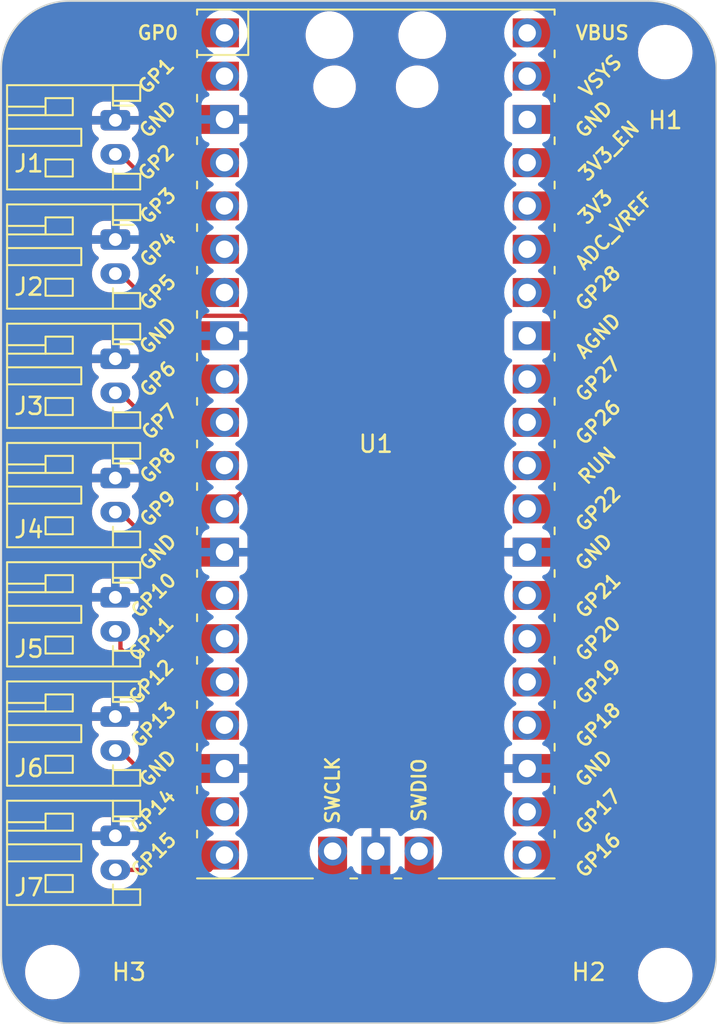
<source format=kicad_pcb>
(kicad_pcb (version 20221018) (generator pcbnew)
  (layers (0 "F.Cu" signal) (31 "B.Cu" signal) (34 "B.Paste" user) (35 "F.Paste" user) (36 "B.SilkS" user "B.Silkscreen") (37 "F.SilkS" user "F.Silkscreen") (38 "B.Mask" user) (39 "F.Mask" user) (44 "Edge.Cuts" user))
  (net 0 "")
  (net 1 "Net-(J1-Pin_2)")
  (net 2 "Net-(J2-Pin_2)")
  (net 3 "Net-(J3-Pin_2)")
  (net 4 "Net-(J4-Pin_2)")
  (net 5 "Net-(J5-Pin_2)")
  (net 6 "Net-(J6-Pin_2)")
  (net 7 "Net-(J7-Pin_2)")
  (net 10 "/GND")
  (footprint "Connector_JST:JST_PH_S2B-PH-K_1x02_P2.00mm_Horizontal" (layer "F.Cu") (at 48.7 41 -90)
    (fp_text reference "J3" (at 2.778 5.08) (layer "F.SilkS"))
    (fp_text value "Conn_01x02_Socket" hide)
    (fp_line (start -2.06 -1.46) (end -2.06 6.36) (stroke (width 0.12)) (layer "F.SilkS"))
    (fp_line (start -2.06 0.14) (end -1.14 0.14) (stroke (width 0.12)) (layer "F.SilkS"))
    (fp_line (start -2.06 6.36) (end 4.06 6.36) (stroke (width 0.12)) (layer "F.SilkS"))
    (fp_line (start -1.3 2.5) (end -1.3 4.1) (stroke (width 0.12)) (layer "F.SilkS"))
    (fp_line (start -1.3 4.1) (end -0.3 4.1) (stroke (width 0.12)) (layer "F.SilkS"))
    (fp_line (start -1.14 -1.46) (end -2.06 -1.46) (stroke (width 0.12)) (layer "F.SilkS"))
    (fp_line (start -1.14 0.14) (end -1.14 -1.46) (stroke (width 0.12)) (layer "F.SilkS"))
    (fp_line (start -0.86 0.14) (end -1.14 0.14) (stroke (width 0.12)) (layer "F.SilkS"))
    (fp_line (start -0.86 0.14) (end -0.86 -1.075) (stroke (width 0.12)) (layer "F.SilkS"))
    (fp_line (start -0.8 4.1) (end -0.8 6.36) (stroke (width 0.12)) (layer "F.SilkS"))
    (fp_line (start -0.3 2.5) (end -1.3 2.5) (stroke (width 0.12)) (layer "F.SilkS"))
    (fp_line (start -0.3 4.1) (end -0.3 2.5) (stroke (width 0.12)) (layer "F.SilkS"))
    (fp_line (start -0.3 4.1) (end -0.3 6.36) (stroke (width 0.12)) (layer "F.SilkS"))
    (fp_line (start 0.5 2) (end 1.5 2) (stroke (width 0.12)) (layer "F.SilkS"))
    (fp_line (start 0.5 6.36) (end 0.5 2) (stroke (width 0.12)) (layer "F.SilkS"))
    (fp_line (start 1.5 2) (end 1.5 6.36) (stroke (width 0.12)) (layer "F.SilkS"))
    (fp_line (start 2.3 2.5) (end 3.3 2.5) (stroke (width 0.12)) (layer "F.SilkS"))
    (fp_line (start 2.3 4.1) (end 2.3 2.5) (stroke (width 0.12)) (layer "F.SilkS"))
    (fp_line (start 3.14 -1.46) (end 3.14 0.14) (stroke (width 0.12)) (layer "F.SilkS"))
    (fp_line (start 3.14 0.14) (end 2.86 0.14) (stroke (width 0.12)) (layer "F.SilkS"))
    (fp_line (start 3.3 2.5) (end 3.3 4.1) (stroke (width 0.12)) (layer "F.SilkS"))
    (fp_line (start 3.3 4.1) (end 2.3 4.1) (stroke (width 0.12)) (layer "F.SilkS"))
    (fp_line (start 4.06 -1.46) (end 3.14 -1.46) (stroke (width 0.12)) (layer "F.SilkS"))
    (fp_line (start 4.06 0.14) (end 3.14 0.14) (stroke (width 0.12)) (layer "F.SilkS"))
    (fp_line (start 4.06 6.36) (end 4.06 -1.46) (stroke (width 0.12)) (layer "F.SilkS"))
    (pad "1" thru_hole roundrect (at 0 0 270) (size 1.2 1.75) (drill 0.75) (layers "*.Cu" "*.Mask") (roundrect_rratio 0.2083333333) (net 10 "/GND"))
    (pad "2" thru_hole oval (at 2 0 270) (size 1.2 1.75) (drill 0.75) (layers "*.Cu" "*.Mask") (net 3 "Net-(J3-Pin_2)"))
  )
  (footprint "Connector_JST:JST_PH_S2B-PH-K_1x02_P2.00mm_Horizontal" (layer "F.Cu") (at 48.7 34 -90)
    (fp_text reference "J2" (at 2.778 5.08 -180) (layer "F.SilkS"))
    (fp_text value "Conn_01x02_Socket" hide)
    (fp_line (start -2.06 -1.46) (end -2.06 6.36) (stroke (width 0.12)) (layer "F.SilkS"))
    (fp_line (start -2.06 0.14) (end -1.14 0.14) (stroke (width 0.12)) (layer "F.SilkS"))
    (fp_line (start -2.06 6.36) (end 4.06 6.36) (stroke (width 0.12)) (layer "F.SilkS"))
    (fp_line (start -1.3 2.5) (end -1.3 4.1) (stroke (width 0.12)) (layer "F.SilkS"))
    (fp_line (start -1.3 4.1) (end -0.3 4.1) (stroke (width 0.12)) (layer "F.SilkS"))
    (fp_line (start -1.14 -1.46) (end -2.06 -1.46) (stroke (width 0.12)) (layer "F.SilkS"))
    (fp_line (start -1.14 0.14) (end -1.14 -1.46) (stroke (width 0.12)) (layer "F.SilkS"))
    (fp_line (start -0.86 0.14) (end -1.14 0.14) (stroke (width 0.12)) (layer "F.SilkS"))
    (fp_line (start -0.86 0.14) (end -0.86 -1.075) (stroke (width 0.12)) (layer "F.SilkS"))
    (fp_line (start -0.8 4.1) (end -0.8 6.36) (stroke (width 0.12)) (layer "F.SilkS"))
    (fp_line (start -0.3 2.5) (end -1.3 2.5) (stroke (width 0.12)) (layer "F.SilkS"))
    (fp_line (start -0.3 4.1) (end -0.3 2.5) (stroke (width 0.12)) (layer "F.SilkS"))
    (fp_line (start -0.3 4.1) (end -0.3 6.36) (stroke (width 0.12)) (layer "F.SilkS"))
    (fp_line (start 0.5 2) (end 1.5 2) (stroke (width 0.12)) (layer "F.SilkS"))
    (fp_line (start 0.5 6.36) (end 0.5 2) (stroke (width 0.12)) (layer "F.SilkS"))
    (fp_line (start 1.5 2) (end 1.5 6.36) (stroke (width 0.12)) (layer "F.SilkS"))
    (fp_line (start 2.3 2.5) (end 3.3 2.5) (stroke (width 0.12)) (layer "F.SilkS"))
    (fp_line (start 2.3 4.1) (end 2.3 2.5) (stroke (width 0.12)) (layer "F.SilkS"))
    (fp_line (start 3.14 -1.46) (end 3.14 0.14) (stroke (width 0.12)) (layer "F.SilkS"))
    (fp_line (start 3.14 0.14) (end 2.86 0.14) (stroke (width 0.12)) (layer "F.SilkS"))
    (fp_line (start 3.3 2.5) (end 3.3 4.1) (stroke (width 0.12)) (layer "F.SilkS"))
    (fp_line (start 3.3 4.1) (end 2.3 4.1) (stroke (width 0.12)) (layer "F.SilkS"))
    (fp_line (start 4.06 -1.46) (end 3.14 -1.46) (stroke (width 0.12)) (layer "F.SilkS"))
    (fp_line (start 4.06 0.14) (end 3.14 0.14) (stroke (width 0.12)) (layer "F.SilkS"))
    (fp_line (start 4.06 6.36) (end 4.06 -1.46) (stroke (width 0.12)) (layer "F.SilkS"))
    (pad "1" thru_hole roundrect (at 0 0 270) (size 1.2 1.75) (drill 0.75) (layers "*.Cu" "*.Mask") (roundrect_rratio 0.2083333333) (net 10 "/GND"))
    (pad "2" thru_hole oval (at 2 0 270) (size 1.2 1.75) (drill 0.75) (layers "*.Cu" "*.Mask") (net 2 "Net-(J2-Pin_2)"))
  )
  (footprint "Connector_JST:JST_PH_S2B-PH-K_1x02_P2.00mm_Horizontal" (layer "F.Cu") (at 48.7 62 -90)
    (fp_text reference "J6" (at 3.032 5.08) (layer "F.SilkS"))
    (fp_text value "Conn_01x02_Socket" hide)
    (fp_line (start -2.06 -1.46) (end -2.06 6.36) (stroke (width 0.12)) (layer "F.SilkS"))
    (fp_line (start -2.06 0.14) (end -1.14 0.14) (stroke (width 0.12)) (layer "F.SilkS"))
    (fp_line (start -2.06 6.36) (end 4.06 6.36) (stroke (width 0.12)) (layer "F.SilkS"))
    (fp_line (start -1.3 2.5) (end -1.3 4.1) (stroke (width 0.12)) (layer "F.SilkS"))
    (fp_line (start -1.3 4.1) (end -0.3 4.1) (stroke (width 0.12)) (layer "F.SilkS"))
    (fp_line (start -1.14 -1.46) (end -2.06 -1.46) (stroke (width 0.12)) (layer "F.SilkS"))
    (fp_line (start -1.14 0.14) (end -1.14 -1.46) (stroke (width 0.12)) (layer "F.SilkS"))
    (fp_line (start -0.86 0.14) (end -1.14 0.14) (stroke (width 0.12)) (layer "F.SilkS"))
    (fp_line (start -0.86 0.14) (end -0.86 -1.075) (stroke (width 0.12)) (layer "F.SilkS"))
    (fp_line (start -0.8 4.1) (end -0.8 6.36) (stroke (width 0.12)) (layer "F.SilkS"))
    (fp_line (start -0.3 2.5) (end -1.3 2.5) (stroke (width 0.12)) (layer "F.SilkS"))
    (fp_line (start -0.3 4.1) (end -0.3 2.5) (stroke (width 0.12)) (layer "F.SilkS"))
    (fp_line (start -0.3 4.1) (end -0.3 6.36) (stroke (width 0.12)) (layer "F.SilkS"))
    (fp_line (start 0.5 2) (end 1.5 2) (stroke (width 0.12)) (layer "F.SilkS"))
    (fp_line (start 0.5 6.36) (end 0.5 2) (stroke (width 0.12)) (layer "F.SilkS"))
    (fp_line (start 1.5 2) (end 1.5 6.36) (stroke (width 0.12)) (layer "F.SilkS"))
    (fp_line (start 2.3 2.5) (end 3.3 2.5) (stroke (width 0.12)) (layer "F.SilkS"))
    (fp_line (start 2.3 4.1) (end 2.3 2.5) (stroke (width 0.12)) (layer "F.SilkS"))
    (fp_line (start 3.14 -1.46) (end 3.14 0.14) (stroke (width 0.12)) (layer "F.SilkS"))
    (fp_line (start 3.14 0.14) (end 2.86 0.14) (stroke (width 0.12)) (layer "F.SilkS"))
    (fp_line (start 3.3 2.5) (end 3.3 4.1) (stroke (width 0.12)) (layer "F.SilkS"))
    (fp_line (start 3.3 4.1) (end 2.3 4.1) (stroke (width 0.12)) (layer "F.SilkS"))
    (fp_line (start 4.06 -1.46) (end 3.14 -1.46) (stroke (width 0.12)) (layer "F.SilkS"))
    (fp_line (start 4.06 0.14) (end 3.14 0.14) (stroke (width 0.12)) (layer "F.SilkS"))
    (fp_line (start 4.06 6.36) (end 4.06 -1.46) (stroke (width 0.12)) (layer "F.SilkS"))
    (pad "1" thru_hole roundrect (at 0 0 270) (size 1.2 1.75) (drill 0.75) (layers "*.Cu" "*.Mask") (roundrect_rratio 0.2083333333) (net 10 "/GND"))
    (pad "2" thru_hole oval (at 2 0 270) (size 1.2 1.75) (drill 0.75) (layers "*.Cu" "*.Mask") (net 6 "Net-(J6-Pin_2)"))
  )
  (footprint "Connector_JST:JST_PH_S2B-PH-K_1x02_P2.00mm_Horizontal" (layer "F.Cu") (at 48.7 69 -90)
    (fp_text reference "J7" (at 3.032 5.08) (layer "F.SilkS"))
    (fp_text value "Conn_01x02_Socket" hide)
    (fp_line (start -2.06 -1.46) (end -2.06 6.36) (stroke (width 0.12)) (layer "F.SilkS"))
    (fp_line (start -2.06 0.14) (end -1.14 0.14) (stroke (width 0.12)) (layer "F.SilkS"))
    (fp_line (start -2.06 6.36) (end 4.06 6.36) (stroke (width 0.12)) (layer "F.SilkS"))
    (fp_line (start -1.3 2.5) (end -1.3 4.1) (stroke (width 0.12)) (layer "F.SilkS"))
    (fp_line (start -1.3 4.1) (end -0.3 4.1) (stroke (width 0.12)) (layer "F.SilkS"))
    (fp_line (start -1.14 -1.46) (end -2.06 -1.46) (stroke (width 0.12)) (layer "F.SilkS"))
    (fp_line (start -1.14 0.14) (end -1.14 -1.46) (stroke (width 0.12)) (layer "F.SilkS"))
    (fp_line (start -0.86 0.14) (end -1.14 0.14) (stroke (width 0.12)) (layer "F.SilkS"))
    (fp_line (start -0.86 0.14) (end -0.86 -1.075) (stroke (width 0.12)) (layer "F.SilkS"))
    (fp_line (start -0.8 4.1) (end -0.8 6.36) (stroke (width 0.12)) (layer "F.SilkS"))
    (fp_line (start -0.3 2.5) (end -1.3 2.5) (stroke (width 0.12)) (layer "F.SilkS"))
    (fp_line (start -0.3 4.1) (end -0.3 2.5) (stroke (width 0.12)) (layer "F.SilkS"))
    (fp_line (start -0.3 4.1) (end -0.3 6.36) (stroke (width 0.12)) (layer "F.SilkS"))
    (fp_line (start 0.5 2) (end 1.5 2) (stroke (width 0.12)) (layer "F.SilkS"))
    (fp_line (start 0.5 6.36) (end 0.5 2) (stroke (width 0.12)) (layer "F.SilkS"))
    (fp_line (start 1.5 2) (end 1.5 6.36) (stroke (width 0.12)) (layer "F.SilkS"))
    (fp_line (start 2.3 2.5) (end 3.3 2.5) (stroke (width 0.12)) (layer "F.SilkS"))
    (fp_line (start 2.3 4.1) (end 2.3 2.5) (stroke (width 0.12)) (layer "F.SilkS"))
    (fp_line (start 3.14 -1.46) (end 3.14 0.14) (stroke (width 0.12)) (layer "F.SilkS"))
    (fp_line (start 3.14 0.14) (end 2.86 0.14) (stroke (width 0.12)) (layer "F.SilkS"))
    (fp_line (start 3.3 2.5) (end 3.3 4.1) (stroke (width 0.12)) (layer "F.SilkS"))
    (fp_line (start 3.3 4.1) (end 2.3 4.1) (stroke (width 0.12)) (layer "F.SilkS"))
    (fp_line (start 4.06 -1.46) (end 3.14 -1.46) (stroke (width 0.12)) (layer "F.SilkS"))
    (fp_line (start 4.06 0.14) (end 3.14 0.14) (stroke (width 0.12)) (layer "F.SilkS"))
    (fp_line (start 4.06 6.36) (end 4.06 -1.46) (stroke (width 0.12)) (layer "F.SilkS"))
    (pad "1" thru_hole roundrect (at 0 0 270) (size 1.2 1.75) (drill 0.75) (layers "*.Cu" "*.Mask") (roundrect_rratio 0.2083333333) (net 10 "/GND"))
    (pad "2" thru_hole oval (at 2 0 270) (size 1.2 1.75) (drill 0.75) (layers "*.Cu" "*.Mask") (net 7 "Net-(J7-Pin_2)"))
  )
  (footprint "Connector_JST:JST_PH_S2B-PH-K_1x02_P2.00mm_Horizontal" (layer "F.Cu") (at 48.7 55 -90)
    (fp_text reference "J5" (at 3.032 5.08) (layer "F.SilkS"))
    (fp_text value "Conn_01x02_Socket" hide)
    (fp_line (start -2.06 -1.46) (end -2.06 6.36) (stroke (width 0.12)) (layer "F.SilkS"))
    (fp_line (start -2.06 0.14) (end -1.14 0.14) (stroke (width 0.12)) (layer "F.SilkS"))
    (fp_line (start -2.06 6.36) (end 4.06 6.36) (stroke (width 0.12)) (layer "F.SilkS"))
    (fp_line (start -1.3 2.5) (end -1.3 4.1) (stroke (width 0.12)) (layer "F.SilkS"))
    (fp_line (start -1.3 4.1) (end -0.3 4.1) (stroke (width 0.12)) (layer "F.SilkS"))
    (fp_line (start -1.14 -1.46) (end -2.06 -1.46) (stroke (width 0.12)) (layer "F.SilkS"))
    (fp_line (start -1.14 0.14) (end -1.14 -1.46) (stroke (width 0.12)) (layer "F.SilkS"))
    (fp_line (start -0.86 0.14) (end -1.14 0.14) (stroke (width 0.12)) (layer "F.SilkS"))
    (fp_line (start -0.86 0.14) (end -0.86 -1.075) (stroke (width 0.12)) (layer "F.SilkS"))
    (fp_line (start -0.8 4.1) (end -0.8 6.36) (stroke (width 0.12)) (layer "F.SilkS"))
    (fp_line (start -0.3 2.5) (end -1.3 2.5) (stroke (width 0.12)) (layer "F.SilkS"))
    (fp_line (start -0.3 4.1) (end -0.3 2.5) (stroke (width 0.12)) (layer "F.SilkS"))
    (fp_line (start -0.3 4.1) (end -0.3 6.36) (stroke (width 0.12)) (layer "F.SilkS"))
    (fp_line (start 0.5 2) (end 1.5 2) (stroke (width 0.12)) (layer "F.SilkS"))
    (fp_line (start 0.5 6.36) (end 0.5 2) (stroke (width 0.12)) (layer "F.SilkS"))
    (fp_line (start 1.5 2) (end 1.5 6.36) (stroke (width 0.12)) (layer "F.SilkS"))
    (fp_line (start 2.3 2.5) (end 3.3 2.5) (stroke (width 0.12)) (layer "F.SilkS"))
    (fp_line (start 2.3 4.1) (end 2.3 2.5) (stroke (width 0.12)) (layer "F.SilkS"))
    (fp_line (start 3.14 -1.46) (end 3.14 0.14) (stroke (width 0.12)) (layer "F.SilkS"))
    (fp_line (start 3.14 0.14) (end 2.86 0.14) (stroke (width 0.12)) (layer "F.SilkS"))
    (fp_line (start 3.3 2.5) (end 3.3 4.1) (stroke (width 0.12)) (layer "F.SilkS"))
    (fp_line (start 3.3 4.1) (end 2.3 4.1) (stroke (width 0.12)) (layer "F.SilkS"))
    (fp_line (start 4.06 -1.46) (end 3.14 -1.46) (stroke (width 0.12)) (layer "F.SilkS"))
    (fp_line (start 4.06 0.14) (end 3.14 0.14) (stroke (width 0.12)) (layer "F.SilkS"))
    (fp_line (start 4.06 6.36) (end 4.06 -1.46) (stroke (width 0.12)) (layer "F.SilkS"))
    (pad "1" thru_hole roundrect (at 0 0 270) (size 1.2 1.75) (drill 0.75) (layers "*.Cu" "*.Mask") (roundrect_rratio 0.2083333333) (net 10 "/GND"))
    (pad "2" thru_hole oval (at 2 0 270) (size 1.2 1.75) (drill 0.75) (layers "*.Cu" "*.Mask") (net 5 "Net-(J5-Pin_2)"))
  )
  (footprint "MountingHole:MountingHole_2.7mm_M2.5_DIN965" (layer "F.Cu") (at 45 77)
    (fp_text reference "H3" (at 4.5 0) (layer "F.SilkS"))
    (fp_text value "MountingHole" hide)
    (pad "" np_thru_hole circle (at 0 0) (size 2.7 2.7) (drill 2.7) (layers "*.Cu" "*.Mask"))
  )
  (footprint "Connector_JST:JST_PH_S2B-PH-K_1x02_P2.00mm_Horizontal" (layer "F.Cu") (at 48.7 48 -90)
    (fp_text reference "J4" (at 3.016 5.08) (layer "F.SilkS"))
    (fp_text value "Conn_01x02_Socket" hide)
    (fp_line (start -2.06 -1.46) (end -2.06 6.36) (stroke (width 0.12)) (layer "F.SilkS"))
    (fp_line (start -2.06 0.14) (end -1.14 0.14) (stroke (width 0.12)) (layer "F.SilkS"))
    (fp_line (start -2.06 6.36) (end 4.06 6.36) (stroke (width 0.12)) (layer "F.SilkS"))
    (fp_line (start -1.3 2.5) (end -1.3 4.1) (stroke (width 0.12)) (layer "F.SilkS"))
    (fp_line (start -1.3 4.1) (end -0.3 4.1) (stroke (width 0.12)) (layer "F.SilkS"))
    (fp_line (start -1.14 -1.46) (end -2.06 -1.46) (stroke (width 0.12)) (layer "F.SilkS"))
    (fp_line (start -1.14 0.14) (end -1.14 -1.46) (stroke (width 0.12)) (layer "F.SilkS"))
    (fp_line (start -0.86 0.14) (end -1.14 0.14) (stroke (width 0.12)) (layer "F.SilkS"))
    (fp_line (start -0.86 0.14) (end -0.86 -1.075) (stroke (width 0.12)) (layer "F.SilkS"))
    (fp_line (start -0.8 4.1) (end -0.8 6.36) (stroke (width 0.12)) (layer "F.SilkS"))
    (fp_line (start -0.3 2.5) (end -1.3 2.5) (stroke (width 0.12)) (layer "F.SilkS"))
    (fp_line (start -0.3 4.1) (end -0.3 2.5) (stroke (width 0.12)) (layer "F.SilkS"))
    (fp_line (start -0.3 4.1) (end -0.3 6.36) (stroke (width 0.12)) (layer "F.SilkS"))
    (fp_line (start 0.5 2) (end 1.5 2) (stroke (width 0.12)) (layer "F.SilkS"))
    (fp_line (start 0.5 6.36) (end 0.5 2) (stroke (width 0.12)) (layer "F.SilkS"))
    (fp_line (start 1.5 2) (end 1.5 6.36) (stroke (width 0.12)) (layer "F.SilkS"))
    (fp_line (start 2.3 2.5) (end 3.3 2.5) (stroke (width 0.12)) (layer "F.SilkS"))
    (fp_line (start 2.3 4.1) (end 2.3 2.5) (stroke (width 0.12)) (layer "F.SilkS"))
    (fp_line (start 3.14 -1.46) (end 3.14 0.14) (stroke (width 0.12)) (layer "F.SilkS"))
    (fp_line (start 3.14 0.14) (end 2.86 0.14) (stroke (width 0.12)) (layer "F.SilkS"))
    (fp_line (start 3.3 2.5) (end 3.3 4.1) (stroke (width 0.12)) (layer "F.SilkS"))
    (fp_line (start 3.3 4.1) (end 2.3 4.1) (stroke (width 0.12)) (layer "F.SilkS"))
    (fp_line (start 4.06 -1.46) (end 3.14 -1.46) (stroke (width 0.12)) (layer "F.SilkS"))
    (fp_line (start 4.06 0.14) (end 3.14 0.14) (stroke (width 0.12)) (layer "F.SilkS"))
    (fp_line (start 4.06 6.36) (end 4.06 -1.46) (stroke (width 0.12)) (layer "F.SilkS"))
    (pad "1" thru_hole roundrect (at 0 0 270) (size 1.2 1.75) (drill 0.75) (layers "*.Cu" "*.Mask") (roundrect_rratio 0.2083333333) (net 10 "/GND"))
    (pad "2" thru_hole oval (at 2 0 270) (size 1.2 1.75) (drill 0.75) (layers "*.Cu" "*.Mask") (net 4 "Net-(J4-Pin_2)"))
  )
  (footprint "MountingHole:MountingHole_2.7mm_M2.5_DIN965" (layer "F.Cu") (at 81 23)
    (fp_text reference "H1" (at 0 4) (layer "F.SilkS"))
    (fp_text value "MountingHole" hide)
    (pad "" np_thru_hole circle (at 0 0) (size 2.7 2.7) (drill 2.7) (layers "F&B.Cu" "*.Mask"))
  )
  (footprint "MCU_RaspberryPi_and_Boards:RPi_Pico_SMD_TH" (layer "F.Cu") (at 64 46)
    (fp_text reference "U1" (at 0 0) (layer "F.SilkS"))
    (fp_text value "Pico")
    (fp_text user "GP28" (at 13.054 -9.144 45) (layer "F.SilkS") (effects (font (size 0.8 0.8))))
    (fp_text user "GP19" (at 13.054 13.97 45) (layer "F.SilkS") (effects (font (size 0.8 0.8))))
    (fp_text user "GND" (at -12.8 -6.35 45) (layer "F.SilkS") (effects (font (size 0.8 0.8))))
    (fp_text user "GND" (at 12.8 19.05 45) (layer "F.SilkS") (effects (font (size 0.8 0.8))))
    (fp_text user "GP4" (at -12.8 -11.43 45) (layer "F.SilkS") (effects (font (size 0.8 0.8))))
    (fp_text user "GP16" (at 13.054 24.13 45) (layer "F.SilkS") (effects (font (size 0.8 0.8))))
    (fp_text user "ADC_VREF" (at 14 -12.5 45) (layer "F.SilkS") (effects (font (size 0.8 0.8))))
    (fp_text user "3V3" (at 12.9 -13.9 45) (layer "F.SilkS") (effects (font (size 0.8 0.8))))
    (fp_text user "GP12" (at -13.2 13.97 45) (layer "F.SilkS") (effects (font (size 0.8 0.8))))
    (fp_text user "RUN" (at 13 1.27 45) (layer "F.SilkS") (effects (font (size 0.8 0.8))))
    (fp_text user "GP20" (at 13.054 11.43 45) (layer "F.SilkS") (effects (font (size 0.8 0.8))))
    (fp_text user "GP6" (at -12.8 -3.81 45) (layer "F.SilkS") (effects (font (size 0.8 0.8))))
    (fp_text user "GP27" (at 13.054 -3.8 45) (layer "F.SilkS") (effects (font (size 0.8 0.8))))
    (fp_text user "GP17" (at 13.054 21.59 45) (layer "F.SilkS") (effects (font (size 0.8 0.8))))
    (fp_text user "GP15" (at -13.054 24.13 45) (layer "F.SilkS") (effects (font (size 0.8 0.8))))
    (fp_text user "GP1" (at -12.9 -21.6 45) (layer "F.SilkS") (effects (font (size 0.8 0.8))))
    (fp_text user "GND" (at 12.8 -19.05 45) (layer "F.SilkS") (effects (font (size 0.8 0.8))))
    (fp_text user "GND" (at 12.8 6.35 45) (layer "F.SilkS") (effects (font (size 0.8 0.8))))
    (fp_text user "GP18" (at 13.054 16.51 45) (layer "F.SilkS") (effects (font (size 0.8 0.8))))
    (fp_text user "GP11" (at -13.2 11.43 45) (layer "F.SilkS") (effects (font (size 0.8 0.8))))
    (fp_text user "GP26" (at 13.054 -1.27 45) (layer "F.SilkS") (effects (font (size 0.8 0.8))))
    (fp_text user "AGND" (at 13.054 -6.35 45) (layer "F.SilkS") (effects (font (size 0.8 0.8))))
    (fp_text user "GP5" (at -12.8 -8.89 45) (layer "F.SilkS") (effects (font (size 0.8 0.8))))
    (fp_text user "SWCLK" (at -2.54 20.32 90) (layer "F.SilkS") (effects (font (size 0.8 0.8))))
    (fp_text user "GP3" (at -12.8 -13.97 45) (layer "F.SilkS") (effects (font (size 0.8 0.8))))
    (fp_text user "GP13" (at -13.054 16.51 45) (layer "F.SilkS") (effects (font (size 0.8 0.8))))
    (fp_text user "GP14" (at -13.1 21.59 45) (layer "F.SilkS") (effects (font (size 0.8 0.8))))
    (fp_text user "VBUS" (at 13.3 -24.13) (layer "F.SilkS") (effects (font (size 0.8 0.8))))
    (fp_text user "GND" (at -12.8 -19.05 45) (layer "F.SilkS") (effects (font (size 0.8 0.8))))
    (fp_text user "GP2" (at -12.9 -16.51 45) (layer "F.SilkS") (effects (font (size 0.8 0.8))))
    (fp_text user "GND" (at -12.8 6.35 45) (layer "F.SilkS") (effects (font (size 0.8 0.8))))
    (fp_text user "GP7" (at -12.7 -1.3 45) (layer "F.SilkS") (effects (font (size 0.8 0.8))))
    (fp_text user "SWDIO" (at 2.54 20.32 90) (layer "F.SilkS") (effects (font (size 0.8 0.8))))
    (fp_text user "GP0" (at -12.8 -24.13) (layer "F.SilkS") (effects (font (size 0.8 0.8))))
    (fp_text user "GP21" (at 13.054 8.9 45) (layer "F.SilkS") (effects (font (size 0.8 0.8))))
    (fp_text user "GND" (at -12.8 19.05 45) (layer "F.SilkS") (effects (font (size 0.8 0.8))))
    (fp_text user "VSYS" (at 13.2 -21.59 45) (layer "F.SilkS") (effects (font (size 0.8 0.8))))
    (fp_text user "GP10" (at -13.054 8.89 45) (layer "F.SilkS") (effects (font (size 0.8 0.8))))
    (fp_text user "GP22" (at 13.054 3.81 45) (layer "F.SilkS") (effects (font (size 0.8 0.8))))
    (fp_text user "GP9" (at -12.8 3.81 45) (layer "F.SilkS") (effects (font (size 0.8 0.8))))
    (fp_text user "3V3_EN" (at 13.7 -17.2 45) (layer "F.SilkS") (effects (font (size 0.8 0.8))))
    (fp_text user "GP8" (at -12.8 1.27 45) (layer "F.SilkS") (effects (font (size 0.8 0.8))))
    (fp_line (start -10.5 -25.5) (end -10.5 -25.2) (stroke (width 0.12)) (layer "F.SilkS"))
    (fp_line (start -10.5 -25.5) (end 10.5 -25.5) (stroke (width 0.12)) (layer "F.SilkS"))
    (fp_line (start -10.5 -23.1) (end -10.5 -22.7) (stroke (width 0.12)) (layer "F.SilkS"))
    (fp_line (start -10.5 -22.833) (end -7.493 -22.833) (stroke (width 0.12)) (layer "F.SilkS"))
    (fp_line (start -10.5 -20.5) (end -10.5 -20.1) (stroke (width 0.12)) (layer "F.SilkS"))
    (fp_line (start -10.5 -18) (end -10.5 -17.6) (stroke (width 0.12)) (layer "F.SilkS"))
    (fp_line (start -10.5 -15.4) (end -10.5 -15) (stroke (width 0.12)) (layer "F.SilkS"))
    (fp_line (start -10.5 -12.9) (end -10.5 -12.5) (stroke (width 0.12)) (layer "F.SilkS"))
    (fp_line (start -10.5 -10.4) (end -10.5 -10) (stroke (width 0.12)) (layer "F.SilkS"))
    (fp_line (start -10.5 -7.8) (end -10.5 -7.4) (stroke (width 0.12)) (layer "F.SilkS"))
    (fp_line (start -10.5 -5.3) (end -10.5 -4.9) (stroke (width 0.12)) (layer "F.SilkS"))
    (fp_line (start -10.5 -2.7) (end -10.5 -2.3) (stroke (width 0.12)) (layer "F.SilkS"))
    (fp_line (start -10.5 -0.2) (end -10.5 0.2) (stroke (width 0.12)) (layer "F.SilkS"))
    (fp_line (start -10.5 2.3) (end -10.5 2.7) (stroke (width 0.12)) (layer "F.SilkS"))
    (fp_line (start -10.5 4.9) (end -10.5 5.3) (stroke (width 0.12)) (layer "F.SilkS"))
    (fp_line (start -10.5 7.4) (end -10.5 7.8) (stroke (width 0.12)) (layer "F.SilkS"))
    (fp_line (start -10.5 10) (end -10.5 10.4) (stroke (width 0.12)) (layer "F.SilkS"))
    (fp_line (start -10.5 12.5) (end -10.5 12.9) (stroke (width 0.12)) (layer "F.SilkS"))
    (fp_line (start -10.5 15.1) (end -10.5 15.5) (stroke (width 0.12)) (layer "F.SilkS"))
    (fp_line (start -10.5 17.6) (end -10.5 18) (stroke (width 0.12)) (layer "F.SilkS"))
    (fp_line (start -10.5 20.1) (end -10.5 20.5) (stroke (width 0.12)) (layer "F.SilkS"))
    (fp_line (start -10.5 22.7) (end -10.5 23.1) (stroke (width 0.12)) (layer "F.SilkS"))
    (fp_line (start -7.493 -22.833) (end -7.493 -25.5) (stroke (width 0.12)) (layer "F.SilkS"))
    (fp_line (start -3.7 25.5) (end -10.5 25.5) (stroke (width 0.12)) (layer "F.SilkS"))
    (fp_line (start -1.5 25.5) (end -1.1 25.5) (stroke (width 0.12)) (layer "F.SilkS"))
    (fp_line (start 1.1 25.5) (end 1.5 25.5) (stroke (width 0.12)) (layer "F.SilkS"))
    (fp_line (start 10.5 -25.5) (end 10.5 -25.2) (stroke (width 0.12)) (layer "F.SilkS"))
    (fp_line (start 10.5 -23.1) (end 10.5 -22.7) (stroke (width 0.12)) (layer "F.SilkS"))
    (fp_line (start 10.5 -20.5) (end 10.5 -20.1) (stroke (width 0.12)) (layer "F.SilkS"))
    (fp_line (start 10.5 -18) (end 10.5 -17.6) (stroke (width 0.12)) (layer "F.SilkS"))
    (fp_line (start 10.5 -15.4) (end 10.5 -15) (stroke (width 0.12)) (layer "F.SilkS"))
    (fp_line (start 10.5 -12.9) (end 10.5 -12.5) (stroke (width 0.12)) (layer "F.SilkS"))
    (fp_line (start 10.5 -10.4) (end 10.5 -10) (stroke (width 0.12)) (layer "F.SilkS"))
    (fp_line (start 10.5 -7.8) (end 10.5 -7.4) (stroke (width 0.12)) (layer "F.SilkS"))
    (fp_line (start 10.5 -5.3) (end 10.5 -4.9) (stroke (width 0.12)) (layer "F.SilkS"))
    (fp_line (start 10.5 -2.7) (end 10.5 -2.3) (stroke (width 0.12)) (layer "F.SilkS"))
    (fp_line (start 10.5 -0.2) (end 10.5 0.2) (stroke (width 0.12)) (layer "F.SilkS"))
    (fp_line (start 10.5 2.3) (end 10.5 2.7) (stroke (width 0.12)) (layer "F.SilkS"))
    (fp_line (start 10.5 4.9) (end 10.5 5.3) (stroke (width 0.12)) (layer "F.SilkS"))
    (fp_line (start 10.5 7.4) (end 10.5 7.8) (stroke (width 0.12)) (layer "F.SilkS"))
    (fp_line (start 10.5 10) (end 10.5 10.4) (stroke (width 0.12)) (layer "F.SilkS"))
    (fp_line (start 10.5 12.5) (end 10.5 12.9) (stroke (width 0.12)) (layer "F.SilkS"))
    (fp_line (start 10.5 15.1) (end 10.5 15.5) (stroke (width 0.12)) (layer "F.SilkS"))
    (fp_line (start 10.5 17.6) (end 10.5 18) (stroke (width 0.12)) (layer "F.SilkS"))
    (fp_line (start 10.5 20.1) (end 10.5 20.5) (stroke (width 0.12)) (layer "F.SilkS"))
    (fp_line (start 10.5 22.7) (end 10.5 23.1) (stroke (width 0.12)) (layer "F.SilkS"))
    (fp_line (start 10.5 25.5) (end 3.7 25.5) (stroke (width 0.12)) (layer "F.SilkS"))
    (pad "" np_thru_hole oval (at -2.725 -24) (size 1.8 1.8) (drill 1.8) (layers "*.Cu" "*.Mask"))
    (pad "" np_thru_hole oval (at -2.425 -20.97) (size 1.5 1.5) (drill 1.5) (layers "*.Cu" "*.Mask"))
    (pad "" np_thru_hole oval (at 2.425 -20.97) (size 1.5 1.5) (drill 1.5) (layers "*.Cu" "*.Mask"))
    (pad "" np_thru_hole oval (at 2.725 -24) (size 1.8 1.8) (drill 1.8) (layers "*.Cu" "*.Mask"))
    (pad "1" thru_hole oval (at -8.89 -24.13) (size 1.7 1.7) (drill 1.02) (layers "*.Cu" "*.Mask"))
    (pad "1" smd rect (at -8.89 -24.13) (size 3.5 1.7) (drill (offset -0.9 0)) (layers "F.Cu" "F.Mask"))
    (pad "2" thru_hole oval (at -8.89 -21.59) (size 1.7 1.7) (drill 1.02) (layers "*.Cu" "*.Mask"))
    (pad "2" smd rect (at -8.89 -21.59) (size 3.5 1.7) (drill (offset -0.9 0)) (layers "F.Cu" "F.Mask"))
    (pad "3" thru_hole rect (at -8.89 -19.05) (size 1.7 1.7) (drill 1.02) (layers "*.Cu" "*.Mask") (net 10 "/GND"))
    (pad "3" smd rect (at -8.89 -19.05) (size 3.5 1.7) (drill (offset -0.9 0)) (layers "F.Cu" "F.Mask") (net 10 "/GND"))
    (pad "4" thru_hole oval (at -8.89 -16.51) (size 1.7 1.7) (drill 1.02) (layers "*.Cu" "*.Mask"))
    (pad "4" smd rect (at -8.89 -16.51) (size 3.5 1.7) (drill (offset -0.9 0)) (layers "F.Cu" "F.Mask"))
    (pad "5" thru_hole oval (at -8.89 -13.97) (size 1.7 1.7) (drill 1.02) (layers "*.Cu" "*.Mask"))
    (pad "5" smd rect (at -8.89 -13.97) (size 3.5 1.7) (drill (offset -0.9 0)) (layers "F.Cu" "F.Mask"))
    (pad "6" thru_hole oval (at -8.89 -11.43) (size 1.7 1.7) (drill 1.02) (layers "*.Cu" "*.Mask"))
    (pad "6" smd rect (at -8.89 -11.43) (size 3.5 1.7) (drill (offset -0.9 0)) (layers "F.Cu" "F.Mask"))
    (pad "7" thru_hole oval (at -8.89 -8.89) (size 1.7 1.7) (drill 1.02) (layers "*.Cu" "*.Mask"))
    (pad "7" smd rect (at -8.89 -8.89) (size 3.5 1.7) (drill (offset -0.9 0)) (layers "F.Cu" "F.Mask"))
    (pad "8" thru_hole rect (at -8.89 -6.35) (size 1.7 1.7) (drill 1.02) (layers "*.Cu" "*.Mask") (net 10 "/GND"))
    (pad "8" smd rect (at -8.89 -6.35) (size 3.5 1.7) (drill (offset -0.9 0)) (layers "F.Cu" "F.Mask") (net 10 "/GND"))
    (pad "9" thru_hole oval (at -8.89 -3.81) (size 1.7 1.7) (drill 1.02) (layers "*.Cu" "*.Mask"))
    (pad "9" smd rect (at -8.89 -3.81) (size 3.5 1.7) (drill (offset -0.9 0)) (layers "F.Cu" "F.Mask"))
    (pad "10" thru_hole oval (at -8.89 -1.27) (size 1.7 1.7) (drill 1.02) (layers "*.Cu" "*.Mask"))
    (pad "10" smd rect (at -8.89 -1.27) (size 3.5 1.7) (drill (offset -0.9 0)) (layers "F.Cu" "F.Mask"))
    (pad "11" thru_hole oval (at -8.89 1.27) (size 1.7 1.7) (drill 1.02) (layers "*.Cu" "*.Mask"))
    (pad "11" smd rect (at -8.89 1.27) (size 3.5 1.7) (drill (offset -0.9 0)) (layers "F.Cu" "F.Mask"))
    (pad "12" thru_hole oval (at -8.89 3.81) (size 1.7 1.7) (drill 1.02) (layers "*.Cu" "*.Mask") (net 1 "Net-(J1-Pin_2)"))
    (pad "12" smd rect (at -8.89 3.81) (size 3.5 1.7) (drill (offset -0.9 0)) (layers "F.Cu" "F.Mask") (net 1 "Net-(J1-Pin_2)"))
    (pad "13" thru_hole rect (at -8.89 6.35) (size 1.7 1.7) (drill 1.02) (layers "*.Cu" "*.Mask") (net 10 "/GND"))
    (pad "13" smd rect (at -8.89 6.35) (size 3.5 1.7) (drill (offset -0.9 0)) (layers "F.Cu" "F.Mask") (net 10 "/GND"))
    (pad "14" thru_hole oval (at -8.89 8.89) (size 1.7 1.7) (drill 1.02) (layers "*.Cu" "*.Mask") (net 2 "Net-(J2-Pin_2)"))
    (pad "14" smd rect (at -8.89 8.89) (size 3.5 1.7) (drill (offset -0.9 0)) (layers "F.Cu" "F.Mask") (net 2 "Net-(J2-Pin_2)"))
    (pad "15" thru_hole oval (at -8.89 11.43) (size 1.7 1.7) (drill 1.02) (layers "*.Cu" "*.Mask") (net 3 "Net-(J3-Pin_2)"))
    (pad "15" smd rect (at -8.89 11.43) (size 3.5 1.7) (drill (offset -0.9 0)) (layers "F.Cu" "F.Mask") (net 3 "Net-(J3-Pin_2)"))
    (pad "16" thru_hole oval (at -8.89 13.97) (size 1.7 1.7) (drill 1.02) (layers "*.Cu" "*.Mask") (net 4 "Net-(J4-Pin_2)"))
    (pad "16" smd rect (at -8.89 13.97) (size 3.5 1.7) (drill (offset -0.9 0)) (layers "F.Cu" "F.Mask") (net 4 "Net-(J4-Pin_2)"))
    (pad "17" thru_hole oval (at -8.89 16.51) (size 1.7 1.7) (drill 1.02) (layers "*.Cu" "*.Mask") (net 5 "Net-(J5-Pin_2)"))
    (pad "17" smd rect (at -8.89 16.51) (size 3.5 1.7) (drill (offset -0.9 0)) (layers "F.Cu" "F.Mask") (net 5 "Net-(J5-Pin_2)"))
    (pad "18" thru_hole rect (at -8.89 19.05) (size 1.7 1.7) (drill 1.02) (layers "*.Cu" "*.Mask") (net 10 "/GND"))
    (pad "18" smd rect (at -8.89 19.05) (size 3.5 1.7) (drill (offset -0.9 0)) (layers "F.Cu" "F.Mask") (net 10 "/GND"))
    (pad "19" thru_hole oval (at -8.89 21.59) (size 1.7 1.7) (drill 1.02) (layers "*.Cu" "*.Mask") (net 6 "Net-(J6-Pin_2)"))
    (pad "19" smd rect (at -8.89 21.59) (size 3.5 1.7) (drill (offset -0.9 0)) (layers "F.Cu" "F.Mask") (net 6 "Net-(J6-Pin_2)"))
    (pad "20" thru_hole oval (at -8.89 24.13) (size 1.7 1.7) (drill 1.02) (layers "*.Cu" "*.Mask") (net 7 "Net-(J7-Pin_2)"))
    (pad "20" smd rect (at -8.89 24.13) (size 3.5 1.7) (drill (offset -0.9 0)) (layers "F.Cu" "F.Mask") (net 7 "Net-(J7-Pin_2)"))
    (pad "21" thru_hole oval (at 8.89 24.13) (size 1.7 1.7) (drill 1.02) (layers "*.Cu" "*.Mask"))
    (pad "21" smd rect (at 8.89 24.13) (size 3.5 1.7) (drill (offset 0.9 0)) (layers "F.Cu" "F.Mask"))
    (pad "22" thru_hole oval (at 8.89 21.59) (size 1.7 1.7) (drill 1.02) (layers "*.Cu" "*.Mask"))
    (pad "22" smd rect (at 8.89 21.59) (size 3.5 1.7) (drill (offset 0.9 0)) (layers "F.Cu" "F.Mask"))
    (pad "23" thru_hole rect (at 8.89 19.05) (size 1.7 1.7) (drill 1.02) (layers "*.Cu" "*.Mask") (net 10 "/GND"))
    (pad "23" smd rect (at 8.89 19.05) (size 3.5 1.7) (drill (offset 0.9 0)) (layers "F.Cu" "F.Mask") (net 10 "/GND"))
    (pad "24" thru_hole oval (at 8.89 16.51) (size 1.7 1.7) (drill 1.02) (layers "*.Cu" "*.Mask"))
    (pad "24" smd rect (at 8.89 16.51) (size 3.5 1.7) (drill (offset 0.9 0)) (layers "F.Cu" "F.Mask"))
    (pad "25" thru_hole oval (at 8.89 13.97) (size 1.7 1.7) (drill 1.02) (layers "*.Cu" "*.Mask"))
    (pad "25" smd rect (at 8.89 13.97) (size 3.5 1.7) (drill (offset 0.9 0)) (layers "F.Cu" "F.Mask"))
    (pad "26" thru_hole oval (at 8.89 11.43) (size 1.7 1.7) (drill 1.02) (layers "*.Cu" "*.Mask"))
    (pad "26" smd rect (at 8.89 11.43) (size 3.5 1.7) (drill (offset 0.9 0)) (layers "F.Cu" "F.Mask"))
    (pad "27" thru_hole oval (at 8.89 8.89) (size 1.7 1.7) (drill 1.02) (layers "*.Cu" "*.Mask"))
    (pad "27" smd rect (at 8.89 8.89) (size 3.5 1.7) (drill (offset 0.9 0)) (layers "F.Cu" "F.Mask"))
    (pad "28" thru_hole rect (at 8.89 6.35) (size 1.7 1.7) (drill 1.02) (layers "*.Cu" "*.Mask") (net 10 "/GND"))
    (pad "28" smd rect (at 8.89 6.35) (size 3.5 1.7) (drill (offset 0.9 0)) (layers "F.Cu" "F.Mask") (net 10 "/GND"))
    (pad "29" thru_hole oval (at 8.89 3.81) (size 1.7 1.7) (drill 1.02) (layers "*.Cu" "*.Mask"))
    (pad "29" smd rect (at 8.89 3.81) (size 3.5 1.7) (drill (offset 0.9 0)) (layers "F.Cu" "F.Mask"))
    (pad "30" thru_hole oval (at 8.89 1.27) (size 1.7 1.7) (drill 1.02) (layers "*.Cu" "*.Mask"))
    (pad "30" smd rect (at 8.89 1.27) (size 3.5 1.7) (drill (offset 0.9 0)) (layers "F.Cu" "F.Mask"))
    (pad "31" thru_hole oval (at 8.89 -1.27) (size 1.7 1.7) (drill 1.02) (layers "*.Cu" "*.Mask"))
    (pad "31" smd rect (at 8.89 -1.27) (size 3.5 1.7) (drill (offset 0.9 0)) (layers "F.Cu" "F.Mask"))
    (pad "32" thru_hole oval (at 8.89 -3.81) (size 1.7 1.7) (drill 1.02) (layers "*.Cu" "*.Mask"))
    (pad "32" smd rect (at 8.89 -3.81) (size 3.5 1.7) (drill (offset 0.9 0)) (layers "F.Cu" "F.Mask"))
    (pad "33" thru_hole rect (at 8.89 -6.35) (size 1.7 1.7) (drill 1.02) (layers "*.Cu" "*.Mask"))
    (pad "33" smd rect (at 8.89 -6.35) (size 3.5 1.7) (drill (offset 0.9 0)) (layers "F.Cu" "F.Mask"))
    (pad "34" thru_hole oval (at 8.89 -8.89) (size 1.7 1.7) (drill 1.02) (layers "*.Cu" "*.Mask"))
    (pad "34" smd rect (at 8.89 -8.89) (size 3.5 1.7) (drill (offset 0.9 0)) (layers "F.Cu" "F.Mask"))
    (pad "35" thru_hole oval (at 8.89 -11.43) (size 1.7 1.7) (drill 1.02) (layers "*.Cu" "*.Mask"))
    (pad "35" smd rect (at 8.89 -11.43) (size 3.5 1.7) (drill (offset 0.9 0)) (layers "F.Cu" "F.Mask"))
    (pad "36" thru_hole oval (at 8.89 -13.97) (size 1.7 1.7) (drill 1.02) (layers "*.Cu" "*.Mask"))
    (pad "36" smd rect (at 8.89 -13.97) (size 3.5 1.7) (drill (offset 0.9 0)) (layers "F.Cu" "F.Mask"))
    (pad "37" thru_hole oval (at 8.89 -16.51) (size 1.7 1.7) (drill 1.02) (layers "*.Cu" "*.Mask"))
    (pad "37" smd rect (at 8.89 -16.51) (size 3.5 1.7) (drill (offset 0.9 0)) (layers "F.Cu" "F.Mask"))
    (pad "38" thru_hole rect (at 8.89 -19.05) (size 1.7 1.7) (drill 1.02) (layers "*.Cu" "*.Mask"))
    (pad "38" smd rect (at 8.89 -19.05) (size 3.5 1.7) (drill (offset 0.9 0)) (layers "F.Cu" "F.Mask"))
    (pad "39" thru_hole oval (at 8.89 -21.59) (size 1.7 1.7) (drill 1.02) (layers "*.Cu" "*.Mask"))
    (pad "39" smd rect (at 8.89 -21.59) (size 3.5 1.7) (drill (offset 0.9 0)) (layers "F.Cu" "F.Mask"))
    (pad "40" thru_hole oval (at 8.89 -24.13) (size 1.7 1.7) (drill 1.02) (layers "*.Cu" "*.Mask"))
    (pad "40" smd rect (at 8.89 -24.13) (size 3.5 1.7) (drill (offset 0.9 0)) (layers "F.Cu" "F.Mask"))
    (pad "41" thru_hole oval (at -2.54 23.9) (size 1.7 1.7) (drill 1.02) (layers "*.Cu" "*.Mask"))
    (pad "41" smd rect (at -2.54 23.9 90) (size 3.5 1.7) (drill (offset -0.9 0)) (layers "F.Cu" "F.Mask"))
    (pad "42" thru_hole rect (at 0 23.9) (size 1.7 1.7) (drill 1.02) (layers "*.Cu" "*.Mask") (net 10 "/GND"))
    (pad "42" smd rect (at 0 23.9 90) (size 3.5 1.7) (drill (offset -0.9 0)) (layers "F.Cu" "F.Mask") (net 10 "/GND"))
    (pad "43" thru_hole oval (at 2.54 23.9) (size 1.7 1.7) (drill 1.02) (layers "*.Cu" "*.Mask"))
    (pad "43" smd rect (at 2.54 23.9 90) (size 3.5 1.7) (drill (offset -0.9 0)) (layers "F.Cu" "F.Mask"))
  )
  (footprint "Connector_JST:JST_PH_S2B-PH-K_1x02_P2.00mm_Horizontal" (layer "F.Cu") (at 48.7 27 -90)
    (fp_text reference "J1" (at 2.54 5.08 -180) (layer "F.SilkS"))
    (fp_text value "Conn_01x02_Socket" hide)
    (fp_line (start -2.06 -1.46) (end -2.06 6.36) (stroke (width 0.12)) (layer "F.SilkS"))
    (fp_line (start -2.06 0.14) (end -1.14 0.14) (stroke (width 0.12)) (layer "F.SilkS"))
    (fp_line (start -2.06 6.36) (end 4.06 6.36) (stroke (width 0.12)) (layer "F.SilkS"))
    (fp_line (start -1.3 2.5) (end -1.3 4.1) (stroke (width 0.12)) (layer "F.SilkS"))
    (fp_line (start -1.3 4.1) (end -0.3 4.1) (stroke (width 0.12)) (layer "F.SilkS"))
    (fp_line (start -1.14 -1.46) (end -2.06 -1.46) (stroke (width 0.12)) (layer "F.SilkS"))
    (fp_line (start -1.14 0.14) (end -1.14 -1.46) (stroke (width 0.12)) (layer "F.SilkS"))
    (fp_line (start -0.86 0.14) (end -1.14 0.14) (stroke (width 0.12)) (layer "F.SilkS"))
    (fp_line (start -0.86 0.14) (end -0.86 -1.075) (stroke (width 0.12)) (layer "F.SilkS"))
    (fp_line (start -0.8 4.1) (end -0.8 6.36) (stroke (width 0.12)) (layer "F.SilkS"))
    (fp_line (start -0.3 2.5) (end -1.3 2.5) (stroke (width 0.12)) (layer "F.SilkS"))
    (fp_line (start -0.3 4.1) (end -0.3 2.5) (stroke (width 0.12)) (layer "F.SilkS"))
    (fp_line (start -0.3 4.1) (end -0.3 6.36) (stroke (width 0.12)) (layer "F.SilkS"))
    (fp_line (start 0.5 2) (end 1.5 2) (stroke (width 0.12)) (layer "F.SilkS"))
    (fp_line (start 0.5 6.36) (end 0.5 2) (stroke (width 0.12)) (layer "F.SilkS"))
    (fp_line (start 1.5 2) (end 1.5 6.36) (stroke (width 0.12)) (layer "F.SilkS"))
    (fp_line (start 2.3 2.5) (end 3.3 2.5) (stroke (width 0.12)) (layer "F.SilkS"))
    (fp_line (start 2.3 4.1) (end 2.3 2.5) (stroke (width 0.12)) (layer "F.SilkS"))
    (fp_line (start 3.14 -1.46) (end 3.14 0.14) (stroke (width 0.12)) (layer "F.SilkS"))
    (fp_line (start 3.14 0.14) (end 2.86 0.14) (stroke (width 0.12)) (layer "F.SilkS"))
    (fp_line (start 3.3 2.5) (end 3.3 4.1) (stroke (width 0.12)) (layer "F.SilkS"))
    (fp_line (start 3.3 4.1) (end 2.3 4.1) (stroke (width 0.12)) (layer "F.SilkS"))
    (fp_line (start 4.06 -1.46) (end 3.14 -1.46) (stroke (width 0.12)) (layer "F.SilkS"))
    (fp_line (start 4.06 0.14) (end 3.14 0.14) (stroke (width 0.12)) (layer "F.SilkS"))
    (fp_line (start 4.06 6.36) (end 4.06 -1.46) (stroke (width 0.12)) (layer "F.SilkS"))
    (pad "1" thru_hole roundrect (at 0 0 270) (size 1.2 1.75) (drill 0.75) (layers "*.Cu" "*.Mask") (roundrect_rratio 0.2083333333) (net 10 "/GND"))
    (pad "2" thru_hole oval (at 2 0 270) (size 1.2 1.75) (drill 0.75) (layers "*.Cu" "*.Mask") (net 1 "Net-(J1-Pin_2)"))
  )
  (footprint "MountingHole:MountingHole_2.7mm_M2.5_DIN965" (layer "F.Cu") (at 81 77.171573)
    (fp_text reference "H2" (at -4.5 -0.171573) (layer "F.SilkS"))
    (fp_text value "MountingHole" hide)
    (pad "" np_thru_hole circle (at 0 0) (size 2.7 2.7) (drill 2.7) (layers "*.Cu" "*.Mask"))
  )
  (gr_arc (start 84 76) (mid 82.828427 78.828427) (end 80 80) (stroke (width 0.1)) (layer "Edge.Cuts"))
  (gr_line (start 42 76) (end 42 24) (stroke (width 0.1)) (layer "Edge.Cuts"))
  (gr_line (start 46 80) (end 80 80) (stroke (width 0.1)) (layer "Edge.Cuts"))
  (gr_line (start 84 76) (end 84 24) (stroke (width 0.1)) (layer "Edge.Cuts"))
  (gr_arc (start 46 80) (mid 43.171573 78.828427) (end 42 76) (stroke (width 0.1)) (layer "Edge.Cuts"))
  (gr_arc (start 80 20) (mid 82.828427 21.171573) (end 84 24) (stroke (width 0.1)) (layer "Edge.Cuts"))
  (gr_line (start 80 20) (end 46 20) (stroke (width 0.1)) (layer "Edge.Cuts"))
  (gr_arc (start 42 24) (mid 43.171573 21.171573) (end 46 20) (stroke (width 0.1)) (layer "Edge.Cuts"))
  (segment (start 56.285 38.475) (end 57 39.19) (width 0.25) (layer "F.Cu") (net 1))
  (segment (start 52.325 38.475) (end 56.285 38.475) (width 0.25) (layer "F.Cu") (net 1))
  (segment (start 57 39.19) (end 57 47.92) (width 0.25) (layer "F.Cu") (net 1))
  (segment (start 50.2 36.35) (end 52.325 38.475) (width 0.25) (layer "F.Cu") (net 1))
  (segment (start 49 29) (end 50.2 30.2) (width 0.25) (layer "F.Cu") (net 1))
  (segment (start 50.2 30.2) (end 50.2 36.35) (width 0.25) (layer "F.Cu") (net 1))
  (segment (start 57 47.92) (end 55.11 49.81) (width 0.25) (layer "F.Cu") (net 1))
  (segment (start 52 53.39) (end 53.5 54.89) (width 0.25) (layer "F.Cu") (net 2))
  (segment (start 49 36) (end 52 39) (width 0.25) (layer "F.Cu") (net 2))
  (segment (start 52 39) (end 52 53.39) (width 0.25) (layer "F.Cu") (net 2))
  (segment (start 53.5 54.89) (end 55.11 54.89) (width 0.25) (layer "F.Cu") (net 2))
  (segment (start 51 56) (end 52.43 57.43) (width 0.25) (layer "F.Cu") (net 3))
  (segment (start 52.43 57.43) (end 55.11 57.43) (width 0.25) (layer "F.Cu") (net 3))
  (segment (start 51 45) (end 51 56) (width 0.25) (layer "F.Cu") (net 3))
  (segment (start 49 43) (end 51 45) (width 0.25) (layer "F.Cu") (net 3))
  (segment (start 53.5 59.97) (end 55.11 59.97) (width 0.25) (layer "F.Cu") (net 4))
  (segment (start 49 50) (end 50.2 51.2) (width 0.25) (layer "F.Cu") (net 4))
  (segment (start 50.2 51.2) (end 50.2 56.67) (width 0.25) (layer "F.Cu") (net 4))
  (segment (start 50.2 56.67) (end 53.5 59.97) (width 0.25) (layer "F.Cu") (net 4))
  (segment (start 49 58.01) (end 53.5 62.51) (width 0.25) (layer "F.Cu") (net 5))
  (segment (start 53.5 62.51) (end 55.11 62.51) (width 0.25) (layer "F.Cu") (net 5))
  (segment (start 49 57) (end 49 58.01) (width 0.25) (layer "F.Cu") (net 5))
  (segment (start 49 64) (end 52.59 67.59) (width 0.25) (layer "F.Cu") (net 6))
  (segment (start 52.59 67.59) (end 55.11 67.59) (width 0.25) (layer "F.Cu") (net 6))
  (segment (start 49 71) (end 54.24 71) (width 0.25) (layer "F.Cu") (net 7))
  (segment (start 54.24 71) (end 55.11 70.13) (width 0.25) (layer "F.Cu") (net 7))
  (zone (net 10) (net_name "/GND") (layer "F.Cu") (connect_pads (clearance 0.5)) (min_thickness 0.25) (fill yes (thermal_gap 0.5) (thermal_bridge_width 0.5))
    (polygon (pts (xy 42 20) (xy 84 20) (xy 84 80) (xy 42 80)))
  )
  (zone (net 10) (net_name "/GND") (layer "B.Cu") (priority 1) (connect_pads (clearance 0.5)) (min_thickness 0.25) (fill yes (thermal_gap 0.5) (thermal_bridge_width 0.5))
    (polygon (pts (xy 42 20) (xy 84 20) (xy 84 80) (xy 42 80)))
  )
)
</source>
